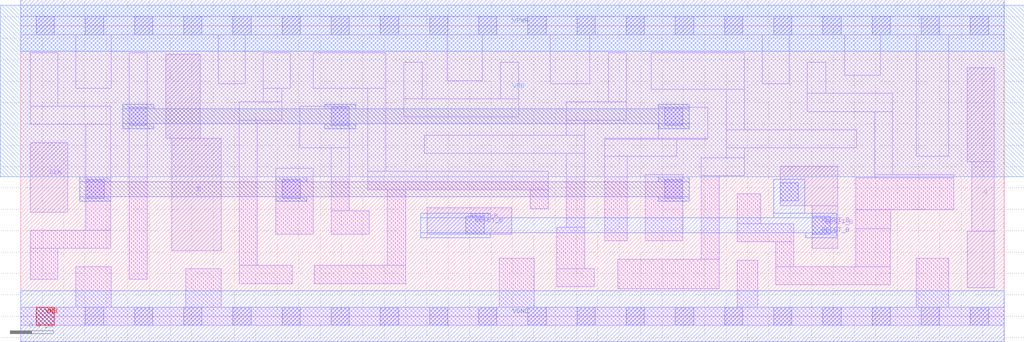
<source format=lef>
# Copyright 2020 The SkyWater PDK Authors
#
# Licensed under the Apache License, Version 2.0 (the "License");
# you may not use this file except in compliance with the License.
# You may obtain a copy of the License at
#
#     https://www.apache.org/licenses/LICENSE-2.0
#
# Unless required by applicable law or agreed to in writing, software
# distributed under the License is distributed on an "AS IS" BASIS,
# WITHOUT WARRANTIES OR CONDITIONS OF ANY KIND, either express or implied.
# See the License for the specific language governing permissions and
# limitations under the License.
#
# SPDX-License-Identifier: Apache-2.0

VERSION 5.7 ;
  NOWIREEXTENSIONATPIN ON ;
  DIVIDERCHAR "/" ;
  BUSBITCHARS "[]" ;
MACRO sky130_fd_sc_hd__dfrtp_1
  CLASS CORE ;
  FOREIGN sky130_fd_sc_hd__dfrtp_1 ;
  ORIGIN  0.000000  0.000000 ;
  SIZE  9.200000 BY  2.720000 ;
  SYMMETRY X Y R90 ;
  SITE unithd ;
  PIN D
    ANTENNAGATEAREA  0.126000 ;
    DIRECTION INPUT ;
    USE SIGNAL ;
    PORT
      LAYER li1 ;
        RECT 1.355000 1.665000 1.680000 2.450000 ;
        RECT 1.415000 0.615000 1.875000 1.665000 ;
    END
  END D
  PIN Q
    ANTENNADIFFAREA  0.429000 ;
    DIRECTION OUTPUT ;
    USE SIGNAL ;
    PORT
      LAYER li1 ;
        RECT 8.855000 0.265000 9.110000 0.795000 ;
        RECT 8.855000 1.445000 9.110000 2.325000 ;
        RECT 8.900000 0.795000 9.110000 1.445000 ;
    END
  END Q
  PIN RESET_B
    ANTENNAGATEAREA  0.252000 ;
    DIRECTION INPUT ;
    USE SIGNAL ;
    PORT
      LAYER li1 ;
        RECT 3.805000 0.765000 4.595000 1.015000 ;
      LAYER mcon ;
        RECT 4.165000 0.765000 4.335000 0.935000 ;
    END
    PORT
      LAYER li1 ;
        RECT 7.105000 1.035000 7.645000 1.405000 ;
        RECT 7.405000 0.635000 7.645000 1.035000 ;
      LAYER mcon ;
        RECT 7.105000 1.080000 7.275000 1.250000 ;
        RECT 7.405000 0.765000 7.575000 0.935000 ;
    END
    PORT
      LAYER met1 ;
        RECT 3.745000 0.735000 4.395000 0.780000 ;
        RECT 3.745000 0.780000 7.635000 0.920000 ;
        RECT 3.745000 0.920000 4.395000 0.965000 ;
        RECT 7.045000 0.920000 7.635000 0.965000 ;
        RECT 7.045000 0.965000 7.335000 1.280000 ;
        RECT 7.345000 0.735000 7.635000 0.780000 ;
    END
  END RESET_B
  PIN VNB
    PORT
      LAYER pwell ;
        RECT 0.145000 -0.085000 0.315000 0.085000 ;
    END
  END VNB
  PIN VPB
    PORT
      LAYER nwell ;
        RECT -0.190000 1.305000 9.390000 2.910000 ;
    END
  END VPB
  PIN CLK
    ANTENNAGATEAREA  0.159000 ;
    DIRECTION INPUT ;
    USE CLOCK ;
    PORT
      LAYER li1 ;
        RECT 0.090000 0.975000 0.440000 1.625000 ;
    END
  END CLK
  PIN VGND
    DIRECTION INOUT ;
    SHAPE ABUTMENT ;
    USE GROUND ;
    PORT
      LAYER met1 ;
        RECT 0.000000 -0.240000 9.200000 0.240000 ;
    END
  END VGND
  PIN VPWR
    DIRECTION INOUT ;
    SHAPE ABUTMENT ;
    USE POWER ;
    PORT
      LAYER met1 ;
        RECT 0.000000 2.480000 9.200000 2.960000 ;
    END
  END VPWR
  OBS
    LAYER li1 ;
      RECT 0.000000 -0.085000 9.200000 0.085000 ;
      RECT 0.000000  2.635000 9.200000 2.805000 ;
      RECT 0.090000  0.345000 0.345000 0.635000 ;
      RECT 0.090000  0.635000 0.840000 0.805000 ;
      RECT 0.090000  1.795000 0.840000 1.965000 ;
      RECT 0.090000  1.965000 0.345000 2.465000 ;
      RECT 0.515000  0.085000 0.845000 0.465000 ;
      RECT 0.515000  2.135000 0.845000 2.635000 ;
      RECT 0.610000  0.805000 0.840000 1.795000 ;
      RECT 1.015000  0.345000 1.185000 2.465000 ;
      RECT 1.545000  0.085000 1.875000 0.445000 ;
      RECT 1.850000  2.175000 2.100000 2.635000 ;
      RECT 2.045000  0.305000 2.540000 0.475000 ;
      RECT 2.045000  0.475000 2.215000 1.835000 ;
      RECT 2.045000  1.835000 2.440000 2.005000 ;
      RECT 2.270000  2.005000 2.440000 2.135000 ;
      RECT 2.270000  2.135000 2.520000 2.465000 ;
      RECT 2.385000  0.765000 2.735000 1.385000 ;
      RECT 2.610000  1.575000 3.075000 1.965000 ;
      RECT 2.735000  2.135000 3.415000 2.465000 ;
      RECT 2.745000  0.305000 3.600000 0.475000 ;
      RECT 2.905000  0.765000 3.260000 0.985000 ;
      RECT 2.905000  0.985000 3.075000 1.575000 ;
      RECT 3.245000  1.185000 4.935000 1.355000 ;
      RECT 3.245000  1.355000 3.415000 2.135000 ;
      RECT 3.430000  0.475000 3.600000 1.185000 ;
      RECT 3.585000  1.865000 4.660000 2.035000 ;
      RECT 3.585000  2.035000 3.755000 2.375000 ;
      RECT 3.775000  1.525000 5.275000 1.695000 ;
      RECT 3.990000  2.205000 4.320000 2.635000 ;
      RECT 4.475000  0.085000 4.805000 0.545000 ;
      RECT 4.490000  2.035000 4.660000 2.375000 ;
      RECT 4.765000  1.005000 4.935000 1.185000 ;
      RECT 4.955000  2.175000 5.325000 2.635000 ;
      RECT 5.015000  0.275000 5.365000 0.445000 ;
      RECT 5.015000  0.445000 5.275000 0.835000 ;
      RECT 5.105000  0.835000 5.275000 1.525000 ;
      RECT 5.105000  1.695000 5.275000 1.835000 ;
      RECT 5.105000  1.835000 5.665000 2.005000 ;
      RECT 5.465000  0.705000 5.675000 1.495000 ;
      RECT 5.465000  1.495000 6.140000 1.655000 ;
      RECT 5.465000  1.655000 6.430000 1.665000 ;
      RECT 5.495000  2.005000 5.665000 2.465000 ;
      RECT 5.585000  0.255000 6.535000 0.535000 ;
      RECT 5.845000  0.705000 6.195000 1.325000 ;
      RECT 5.900000  2.125000 6.770000 2.465000 ;
      RECT 5.970000  1.665000 6.430000 1.955000 ;
      RECT 6.365000  0.535000 6.535000 1.315000 ;
      RECT 6.365000  1.315000 6.770000 1.485000 ;
      RECT 6.600000  1.485000 6.770000 1.575000 ;
      RECT 6.600000  1.575000 7.820000 1.745000 ;
      RECT 6.600000  1.745000 6.770000 2.125000 ;
      RECT 6.705000  0.085000 6.895000 0.525000 ;
      RECT 6.705000  0.695000 7.235000 0.865000 ;
      RECT 6.705000  0.865000 6.925000 1.145000 ;
      RECT 6.940000  2.175000 7.190000 2.635000 ;
      RECT 7.065000  0.295000 8.135000 0.465000 ;
      RECT 7.065000  0.465000 7.235000 0.695000 ;
      RECT 7.360000  1.915000 8.160000 2.085000 ;
      RECT 7.360000  2.085000 7.530000 2.375000 ;
      RECT 7.710000  2.255000 8.040000 2.635000 ;
      RECT 7.815000  0.465000 8.135000 0.820000 ;
      RECT 7.815000  0.820000 8.140000 0.995000 ;
      RECT 7.815000  0.995000 8.730000 1.295000 ;
      RECT 7.990000  1.295000 8.730000 1.325000 ;
      RECT 7.990000  1.325000 8.160000 1.915000 ;
      RECT 8.380000  0.085000 8.685000 0.545000 ;
      RECT 8.380000  1.495000 8.685000 2.635000 ;
    LAYER mcon ;
      RECT 0.145000 -0.085000 0.315000 0.085000 ;
      RECT 0.145000  2.635000 0.315000 2.805000 ;
      RECT 0.605000 -0.085000 0.775000 0.085000 ;
      RECT 0.605000  2.635000 0.775000 2.805000 ;
      RECT 0.610000  1.105000 0.780000 1.275000 ;
      RECT 1.015000  1.785000 1.185000 1.955000 ;
      RECT 1.065000 -0.085000 1.235000 0.085000 ;
      RECT 1.065000  2.635000 1.235000 2.805000 ;
      RECT 1.525000 -0.085000 1.695000 0.085000 ;
      RECT 1.525000  2.635000 1.695000 2.805000 ;
      RECT 1.985000 -0.085000 2.155000 0.085000 ;
      RECT 1.985000  2.635000 2.155000 2.805000 ;
      RECT 2.445000 -0.085000 2.615000 0.085000 ;
      RECT 2.445000  1.105000 2.615000 1.275000 ;
      RECT 2.445000  2.635000 2.615000 2.805000 ;
      RECT 2.905000 -0.085000 3.075000 0.085000 ;
      RECT 2.905000  1.785000 3.075000 1.955000 ;
      RECT 2.905000  2.635000 3.075000 2.805000 ;
      RECT 3.365000 -0.085000 3.535000 0.085000 ;
      RECT 3.365000  2.635000 3.535000 2.805000 ;
      RECT 3.825000 -0.085000 3.995000 0.085000 ;
      RECT 3.825000  2.635000 3.995000 2.805000 ;
      RECT 4.285000 -0.085000 4.455000 0.085000 ;
      RECT 4.285000  2.635000 4.455000 2.805000 ;
      RECT 4.745000 -0.085000 4.915000 0.085000 ;
      RECT 4.745000  2.635000 4.915000 2.805000 ;
      RECT 5.205000 -0.085000 5.375000 0.085000 ;
      RECT 5.205000  2.635000 5.375000 2.805000 ;
      RECT 5.665000 -0.085000 5.835000 0.085000 ;
      RECT 5.665000  2.635000 5.835000 2.805000 ;
      RECT 6.025000  1.105000 6.195000 1.275000 ;
      RECT 6.025000  1.785000 6.195000 1.955000 ;
      RECT 6.125000 -0.085000 6.295000 0.085000 ;
      RECT 6.125000  2.635000 6.295000 2.805000 ;
      RECT 6.585000 -0.085000 6.755000 0.085000 ;
      RECT 6.585000  2.635000 6.755000 2.805000 ;
      RECT 7.045000 -0.085000 7.215000 0.085000 ;
      RECT 7.045000  2.635000 7.215000 2.805000 ;
      RECT 7.505000 -0.085000 7.675000 0.085000 ;
      RECT 7.505000  2.635000 7.675000 2.805000 ;
      RECT 7.965000 -0.085000 8.135000 0.085000 ;
      RECT 7.965000  2.635000 8.135000 2.805000 ;
      RECT 8.425000 -0.085000 8.595000 0.085000 ;
      RECT 8.425000  2.635000 8.595000 2.805000 ;
      RECT 8.885000 -0.085000 9.055000 0.085000 ;
      RECT 8.885000  2.635000 9.055000 2.805000 ;
    LAYER met1 ;
      RECT 0.550000 1.075000 0.840000 1.120000 ;
      RECT 0.550000 1.120000 6.255000 1.260000 ;
      RECT 0.550000 1.260000 0.840000 1.305000 ;
      RECT 0.955000 1.755000 1.245000 1.800000 ;
      RECT 0.955000 1.800000 6.255000 1.940000 ;
      RECT 0.955000 1.940000 1.245000 1.985000 ;
      RECT 2.385000 1.075000 2.675000 1.120000 ;
      RECT 2.385000 1.260000 2.675000 1.305000 ;
      RECT 2.845000 1.755000 3.135000 1.800000 ;
      RECT 2.845000 1.940000 3.135000 1.985000 ;
      RECT 5.965000 1.075000 6.255000 1.120000 ;
      RECT 5.965000 1.260000 6.255000 1.305000 ;
      RECT 5.965000 1.755000 6.255000 1.800000 ;
      RECT 5.965000 1.940000 6.255000 1.985000 ;
  END
END sky130_fd_sc_hd__dfrtp_1
END LIBRARY

</source>
